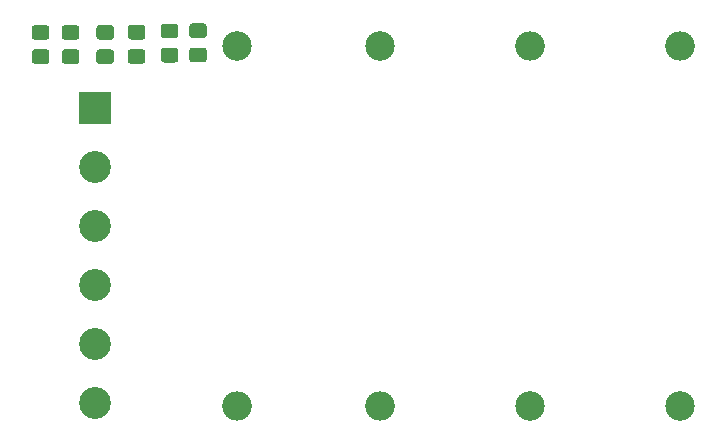
<source format=gbs>
%TF.GenerationSoftware,KiCad,Pcbnew,(5.1.6)-1*%
%TF.CreationDate,2020-10-16T10:26:54-04:00*%
%TF.ProjectId,heater,68656174-6572-42e6-9b69-6361645f7063,rev?*%
%TF.SameCoordinates,Original*%
%TF.FileFunction,Soldermask,Bot*%
%TF.FilePolarity,Negative*%
%FSLAX46Y46*%
G04 Gerber Fmt 4.6, Leading zero omitted, Abs format (unit mm)*
G04 Created by KiCad (PCBNEW (5.1.6)-1) date 2020-10-16 10:26:54*
%MOMM*%
%LPD*%
G01*
G04 APERTURE LIST*
%ADD10C,2.700000*%
%ADD11R,2.700000X2.700000*%
%ADD12O,2.500000X2.500000*%
%ADD13C,2.500000*%
G04 APERTURE END LIST*
%TO.C,R7*%
G36*
G01*
X37181262Y-20927000D02*
X36224738Y-20927000D01*
G75*
G02*
X35953000Y-20655262I0J271738D01*
G01*
X35953000Y-19948738D01*
G75*
G02*
X36224738Y-19677000I271738J0D01*
G01*
X37181262Y-19677000D01*
G75*
G02*
X37453000Y-19948738I0J-271738D01*
G01*
X37453000Y-20655262D01*
G75*
G02*
X37181262Y-20927000I-271738J0D01*
G01*
G37*
G36*
G01*
X37181262Y-22977000D02*
X36224738Y-22977000D01*
G75*
G02*
X35953000Y-22705262I0J271738D01*
G01*
X35953000Y-21998738D01*
G75*
G02*
X36224738Y-21727000I271738J0D01*
G01*
X37181262Y-21727000D01*
G75*
G02*
X37453000Y-21998738I0J-271738D01*
G01*
X37453000Y-22705262D01*
G75*
G02*
X37181262Y-22977000I-271738J0D01*
G01*
G37*
%TD*%
%TO.C,D3*%
G36*
G01*
X33811738Y-21745000D02*
X34768262Y-21745000D01*
G75*
G02*
X35040000Y-22016738I0J-271738D01*
G01*
X35040000Y-22723262D01*
G75*
G02*
X34768262Y-22995000I-271738J0D01*
G01*
X33811738Y-22995000D01*
G75*
G02*
X33540000Y-22723262I0J271738D01*
G01*
X33540000Y-22016738D01*
G75*
G02*
X33811738Y-21745000I271738J0D01*
G01*
G37*
G36*
G01*
X33811738Y-19695000D02*
X34768262Y-19695000D01*
G75*
G02*
X35040000Y-19966738I0J-271738D01*
G01*
X35040000Y-20673262D01*
G75*
G02*
X34768262Y-20945000I-271738J0D01*
G01*
X33811738Y-20945000D01*
G75*
G02*
X33540000Y-20673262I0J271738D01*
G01*
X33540000Y-19966738D01*
G75*
G02*
X33811738Y-19695000I271738J0D01*
G01*
G37*
%TD*%
D10*
%TO.C,J1*%
X27940000Y-51830000D03*
X27940000Y-46830000D03*
X27940000Y-41830000D03*
X27940000Y-36830000D03*
X27940000Y-31830000D03*
D11*
X27940000Y-26830000D03*
%TD*%
D12*
%TO.C,R3*%
X52070000Y-52070000D03*
D13*
X52070000Y-21590000D03*
%TD*%
D12*
%TO.C,R2*%
X64770000Y-21590000D03*
D13*
X64770000Y-52070000D03*
%TD*%
D12*
%TO.C,R1*%
X77470000Y-21590000D03*
D13*
X77470000Y-52070000D03*
%TD*%
%TO.C,R6*%
G36*
G01*
X23846262Y-21072000D02*
X22889738Y-21072000D01*
G75*
G02*
X22618000Y-20800262I0J271738D01*
G01*
X22618000Y-20093738D01*
G75*
G02*
X22889738Y-19822000I271738J0D01*
G01*
X23846262Y-19822000D01*
G75*
G02*
X24118000Y-20093738I0J-271738D01*
G01*
X24118000Y-20800262D01*
G75*
G02*
X23846262Y-21072000I-271738J0D01*
G01*
G37*
G36*
G01*
X23846262Y-23122000D02*
X22889738Y-23122000D01*
G75*
G02*
X22618000Y-22850262I0J271738D01*
G01*
X22618000Y-22143738D01*
G75*
G02*
X22889738Y-21872000I271738J0D01*
G01*
X23846262Y-21872000D01*
G75*
G02*
X24118000Y-22143738I0J-271738D01*
G01*
X24118000Y-22850262D01*
G75*
G02*
X23846262Y-23122000I-271738J0D01*
G01*
G37*
%TD*%
%TO.C,R5*%
G36*
G01*
X28350738Y-21872000D02*
X29307262Y-21872000D01*
G75*
G02*
X29579000Y-22143738I0J-271738D01*
G01*
X29579000Y-22850262D01*
G75*
G02*
X29307262Y-23122000I-271738J0D01*
G01*
X28350738Y-23122000D01*
G75*
G02*
X28079000Y-22850262I0J271738D01*
G01*
X28079000Y-22143738D01*
G75*
G02*
X28350738Y-21872000I271738J0D01*
G01*
G37*
G36*
G01*
X28350738Y-19822000D02*
X29307262Y-19822000D01*
G75*
G02*
X29579000Y-20093738I0J-271738D01*
G01*
X29579000Y-20800262D01*
G75*
G02*
X29307262Y-21072000I-271738J0D01*
G01*
X28350738Y-21072000D01*
G75*
G02*
X28079000Y-20800262I0J271738D01*
G01*
X28079000Y-20093738D01*
G75*
G02*
X28350738Y-19822000I271738J0D01*
G01*
G37*
%TD*%
D12*
%TO.C,R4*%
X40005000Y-52070000D03*
D13*
X40005000Y-21590000D03*
%TD*%
%TO.C,D2*%
G36*
G01*
X26386262Y-21072000D02*
X25429738Y-21072000D01*
G75*
G02*
X25158000Y-20800262I0J271738D01*
G01*
X25158000Y-20093738D01*
G75*
G02*
X25429738Y-19822000I271738J0D01*
G01*
X26386262Y-19822000D01*
G75*
G02*
X26658000Y-20093738I0J-271738D01*
G01*
X26658000Y-20800262D01*
G75*
G02*
X26386262Y-21072000I-271738J0D01*
G01*
G37*
G36*
G01*
X26386262Y-23122000D02*
X25429738Y-23122000D01*
G75*
G02*
X25158000Y-22850262I0J271738D01*
G01*
X25158000Y-22143738D01*
G75*
G02*
X25429738Y-21872000I271738J0D01*
G01*
X26386262Y-21872000D01*
G75*
G02*
X26658000Y-22143738I0J-271738D01*
G01*
X26658000Y-22850262D01*
G75*
G02*
X26386262Y-23122000I-271738J0D01*
G01*
G37*
%TD*%
%TO.C,D1*%
G36*
G01*
X31017738Y-21854000D02*
X31974262Y-21854000D01*
G75*
G02*
X32246000Y-22125738I0J-271738D01*
G01*
X32246000Y-22832262D01*
G75*
G02*
X31974262Y-23104000I-271738J0D01*
G01*
X31017738Y-23104000D01*
G75*
G02*
X30746000Y-22832262I0J271738D01*
G01*
X30746000Y-22125738D01*
G75*
G02*
X31017738Y-21854000I271738J0D01*
G01*
G37*
G36*
G01*
X31017738Y-19804000D02*
X31974262Y-19804000D01*
G75*
G02*
X32246000Y-20075738I0J-271738D01*
G01*
X32246000Y-20782262D01*
G75*
G02*
X31974262Y-21054000I-271738J0D01*
G01*
X31017738Y-21054000D01*
G75*
G02*
X30746000Y-20782262I0J271738D01*
G01*
X30746000Y-20075738D01*
G75*
G02*
X31017738Y-19804000I271738J0D01*
G01*
G37*
%TD*%
M02*

</source>
